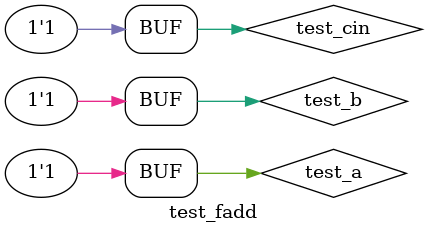
<source format=sv>
module test_fadd();
 reg test_a,test_b,test_cin;
 wire test_sum,test_cout;
 fadd dut(.a(test_a),.b(test_b),.cin(test_cin),.sum(test_sum),.cout(test_cout));
 initial begin
 test_a=1'b0;
 test_b=1'b0;
 test_cin=1'b0;#5;
 test_a=1'b0;
 test_b=1'b0;
 test_cin=1'b1;#5;
 test_a=1'b0;
 test_b=1'b1;
 test_cin=1'b0;#5;
 test_a=1'b0;
 test_b=1'b1;
 test_cin=1'b1;#5;
 test_a=1'b1;
 test_b=1'b0;
 test_cin=1'b0;#5;
 test_a=1'b1;
 test_b=1'b0;
 test_cin=1'b1;#5;
 test_a=1'b1;
 test_b=1'b1;
 test_cin=1'b0;#5;
 test_a=1'b1;
 test_b=1'b1;
 test_cin=1'b1;#5;
 end
 initial begin
  $monitor($time,"a=%b,b=%b,cin=%b,sum=%b,cout=%b",test_a,test_b,test_cin,test_sum,test_cout);
  $dumpvars;
  $dumpfile("test.vcd");
 end
endmodule

</source>
